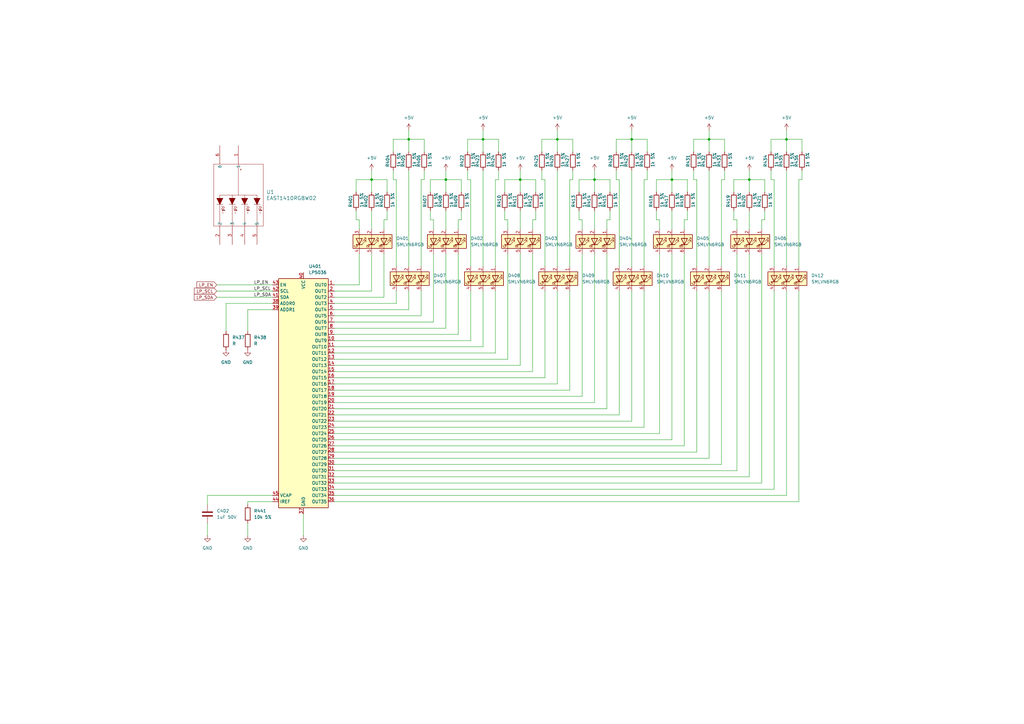
<source format=kicad_sch>
(kicad_sch (version 20231120) (generator "eeschema") (generator_version "8.0")
  (paper "A3")
  (title_block (date "2024-07-10"))
  (lib_symbols
    (symbol "Device:C" (pin_numbers hide) (pin_names (offset 0.254))
      (property "Reference" "C" (at 0.635 2.54 0))
      (property "Value" "C" (at 0.635 -2.54 0))
      (symbol "C_0_1"
        (polyline (pts (xy -2.032 -0.762) (xy 2.032 -0.762)) (stroke (width 0.508)))
        (polyline (pts (xy -2.032 0.762) (xy 2.032 0.762)) (stroke (width 0.508)))
      )
      (symbol "C_1_1"
        (pin passive line (at 0 3.81 270) (length 2.794) (name "~") (number "1"))
        (pin passive line (at 0 -3.81 90) (length 2.794) (name "~") (number "2"))
      )
    )
    (symbol "Device:R" (pin_numbers hide) (pin_names (offset 0))
      (property "Reference" "R" (at 2.032 0 90))
      (property "Value" "R" (at 0 0 90))
      (symbol "R_0_1"
        (rectangle (start -1.016 -2.54) (end 1.016 2.54) (stroke (width 0.254)))
      )
      (symbol "R_1_1"
        (pin passive line (at 0 3.81 270) (length 1.27) (name "~") (number "1"))
        (pin passive line (at 0 -3.81 90) (length 1.27) (name "~") (number "2"))
      )
    )
    (symbol "Driver_LED:LP5036"
      (property "Reference" "U" (at -6.35 49.53 0))
      (property "Value" "LP5036" (at 6.35 49.53 0))
      (symbol "LP5036_0_1"
        (rectangle (start -10.16 48.26) (end 10.16 -45.72) (stroke (width 0.254)) (fill (type background)))
      )
      (symbol "LP5036_1_1"
        (pin power_out line (at 12.7 45.72 180) (length 2.54) (name "OUT0") (number "1"))
        (pin power_out line (at 12.7 22.86 180) (length 2.54) (name "OUT9") (number "10"))
        (pin power_out line (at 12.7 20.32 180) (length 2.54) (name "OUT10") (number "11"))
        (pin power_out line (at 12.7 17.78 180) (length 2.54) (name "OUT11") (number "12"))
        (pin power_out line (at 12.7 15.24 180) (length 2.54) (name "OUT12") (number "13"))
        (pin power_out line (at 12.7 12.7 180) (length 2.54) (name "OUT13") (number "14"))
        (pin power_out line (at 12.7 10.16 180) (length 2.54) (name "OUT14") (number "15"))
        (pin power_out line (at 12.7 7.62 180) (length 2.54) (name "OUT15") (number "16"))
        (pin power_out line (at 12.7 5.08 180) (length 2.54) (name "OUT16") (number "17"))
        (pin power_out line (at 12.7 2.54 180) (length 2.54) (name "OUT17") (number "18"))
        (pin power_out line (at 12.7 0 180) (length 2.54) (name "OUT18") (number "19"))
        (pin power_out line (at 12.7 43.18 180) (length 2.54) (name "OUT1") (number "2"))
        (pin power_out line (at 12.7 -2.54 180) (length 2.54) (name "OUT19") (number "20"))
        (pin power_out line (at 12.7 -5.08 180) (length 2.54) (name "OUT20") (number "21"))
        (pin power_out line (at 12.7 -7.62 180) (length 2.54) (name "OUT21") (number "22"))
        (pin power_out line (at 12.7 -10.16 180) (length 2.54) (name "OUT22") (number "23"))
        (pin power_out line (at 12.7 -12.7 180) (length 2.54) (name "OUT23") (number "24"))
        (pin power_out line (at 12.7 -15.24 180) (length 2.54) (name "OUT24") (number "25"))
        (pin power_out line (at 12.7 -17.78 180) (length 2.54) (name "OUT25") (number "26"))
        (pin power_out line (at 12.7 -20.32 180) (length 2.54) (name "OUT26") (number "27"))
        (pin power_out line (at 12.7 -22.86 180) (length 2.54) (name "OUT27") (number "28"))
        (pin power_out line (at 12.7 -25.4 180) (length 2.54) (name "OUT28") (number "29"))
        (pin power_out line (at 12.7 40.64 180) (length 2.54) (name "OUT2") (number "3"))
        (pin power_out line (at 12.7 -27.94 180) (length 2.54) (name "OUT29") (number "30"))
        (pin power_out line (at 12.7 -30.48 180) (length 2.54) (name "OUT30") (number "31"))
        (pin power_out line (at 12.7 -33.02 180) (length 2.54) (name "OUT31") (number "32"))
        (pin power_out line (at 12.7 -35.56 180) (length 2.54) (name "OUT32") (number "33"))
        (pin power_out line (at 12.7 -38.1 180) (length 2.54) (name "OUT33") (number "34"))
        (pin power_out line (at 12.7 -40.64 180) (length 2.54) (name "OUT34") (number "35"))
        (pin power_out line (at 12.7 -43.18 180) (length 2.54) (name "OUT35") (number "36"))
        (pin power_in line (at 0 -48.26 90) (length 2.54) (name "GND") (number "37"))
        (pin input line (at -12.7 38.1 0) (length 2.54) (name "ADDR0") (number "38"))
        (pin input line (at -12.7 35.56 0) (length 2.54) (name "ADDR1") (number "39"))
        (pin power_out line (at 12.7 38.1 180) (length 2.54) (name "OUT3") (number "4"))
        (pin power_in line (at 0 50.8 270) (length 2.54) (name "VCC") (number "40"))
        (pin bidirectional line (at -12.7 40.64 0) (length 2.54) (name "SDA") (number "41"))
        (pin input line (at -12.7 43.18 0) (length 2.54) (name "SCL") (number "42"))
        (pin input line (at -12.7 45.72 0) (length 2.54) (name "EN") (number "43"))
        (pin passive line (at -12.7 -43.18 0) (length 2.54) (name "IREF") (number "44"))
        (pin passive line (at -12.7 -40.64 0) (length 2.54) (name "VCAP") (number "45"))
        (pin passive line (at 0 -48.26 90) (length 2.54) hide (name "GND") (number "46"))
        (pin passive line (at 0 -48.26 90) (length 2.54) hide (name "GND") (number "47"))
        (pin power_out line (at 12.7 35.56 180) (length 2.54) (name "OUT4") (number "5"))
        (pin power_out line (at 12.7 33.02 180) (length 2.54) (name "OUT5") (number "6"))
        (pin power_out line (at 12.7 30.48 180) (length 2.54) (name "OUT6") (number "7"))
        (pin power_out line (at 12.7 27.94 180) (length 2.54) (name "OUT7") (number "8"))
        (pin power_out line (at 12.7 25.4 180) (length 2.54) (name "OUT8") (number "9"))
      )
    )
    (symbol "EAST1410RGBW02:EAST1410RGBW02" (pin_names (offset 0.254))
      (property "Reference" "U" (at 20.32 15.24 0))
      (property "Value" "EAST1410RGBW02" (at 20.32 12.7 0))
      (symbol "EAST1410RGBW02_0_1"
        (polyline (pts (xy 7.62 -10.16) (xy 33.02 -10.16)) (stroke (width 0.127)))
        (polyline (pts (xy 7.62 0) (xy 20.32 0)) (stroke (width 0.127)))
        (polyline (pts (xy 7.62 10.16) (xy 7.62 -10.16)) (stroke (width 0.127)))
        (polyline (pts (xy 9.525 0.9525) (xy 10.16 0.9525)) (stroke (width 0.127)))
        (polyline (pts (xy 9.8425 0.635) (xy 9.8425 1.27)) (stroke (width 0.127)))
        (polyline (pts (xy 20.32 -7.62) (xy 33.02 -7.62)) (stroke (width 0.127)))
        (polyline (pts (xy 20.32 2.54) (xy 33.02 2.54)) (stroke (width 0.127)))
        (polyline (pts (xy 20.32 7.62) (xy 20.32 -7.62)) (stroke (width 0.127)))
        (polyline (pts (xy 20.32 7.62) (xy 33.02 7.62)) (stroke (width 0.127)))
        (polyline (pts (xy 21.59 -8.89) (xy 24.13 -7.62)) (stroke (width 0.127)))
        (polyline (pts (xy 21.59 -6.35) (xy 21.59 -8.89)) (stroke (width 0.127)))
        (polyline (pts (xy 21.59 -3.81) (xy 24.13 -2.54)) (stroke (width 0.127)))
        (polyline (pts (xy 21.59 -1.27) (xy 21.59 -3.81)) (stroke (width 0.127)))
        (polyline (pts (xy 21.59 1.27) (xy 24.13 2.54)) (stroke (width 0.127)))
        (polyline (pts (xy 21.59 3.81) (xy 21.59 1.27)) (stroke (width 0.127)))
        (polyline (pts (xy 21.59 6.35) (xy 24.13 7.62)) (stroke (width 0.127)))
        (polyline (pts (xy 21.59 8.89) (xy 21.59 6.35)) (stroke (width 0.127)))
        (polyline (pts (xy 24.13 -7.62) (xy 21.59 -6.35)) (stroke (width 0.127)))
        (polyline (pts (xy 24.13 -6.35) (xy 24.13 -8.89)) (stroke (width 0.127)))
        (polyline (pts (xy 24.13 -2.54) (xy 21.59 -1.27)) (stroke (width 0.127)))
        (polyline (pts (xy 24.13 -1.27) (xy 24.13 -3.81)) (stroke (width 0.127)))
        (polyline (pts (xy 24.13 2.54) (xy 21.59 3.81)) (stroke (width 0.127)))
        (polyline (pts (xy 24.13 3.81) (xy 24.13 1.27)) (stroke (width 0.127)))
        (polyline (pts (xy 24.13 7.62) (xy 21.59 8.89)) (stroke (width 0.127)))
        (polyline (pts (xy 24.13 8.89) (xy 24.13 6.35)) (stroke (width 0.127)))
        (polyline (pts (xy 24.765 -6.985) (xy 25.4 -6.35)) (stroke (width 0.127)))
        (polyline (pts (xy 24.765 -6.35) (xy 25.4 -5.715)) (stroke (width 0.127)))
        (polyline (pts (xy 24.765 -1.905) (xy 25.4 -1.27)) (stroke (width 0.127)))
        (polyline (pts (xy 24.765 -1.27) (xy 25.4 -0.635)) (stroke (width 0.127)))
        (polyline (pts (xy 24.765 3.175) (xy 25.4 3.81)) (stroke (width 0.127)))
        (polyline (pts (xy 24.765 3.81) (xy 25.4 4.445)) (stroke (width 0.127)))
        (polyline (pts (xy 24.765 8.255) (xy 25.4 8.89)) (stroke (width 0.127)))
        (polyline (pts (xy 24.765 8.89) (xy 25.4 9.525)) (stroke (width 0.127)))
        (polyline (pts (xy 25.4 -6.35) (xy 26.035 -6.985)) (stroke (width 0.127)))
        (polyline (pts (xy 25.4 -5.715) (xy 26.035 -6.35)) (stroke (width 0.127)))
        (polyline (pts (xy 25.4 -1.27) (xy 26.035 -1.905)) (stroke (width 0.127)))
        (polyline (pts (xy 25.4 -0.635) (xy 26.035 -1.27)) (stroke (width 0.127)))
        (polyline (pts (xy 25.4 3.81) (xy 26.035 3.175)) (stroke (width 0.127)))
        (polyline (pts (xy 25.4 4.445) (xy 26.035 3.81)) (stroke (width 0.127)))
        (polyline (pts (xy 25.4 8.89) (xy 26.035 8.255)) (stroke (width 0.127)))
        (polyline (pts (xy 25.4 9.525) (xy 26.035 8.89)) (stroke (width 0.127)))
        (polyline (pts (xy 26.035 -6.985) (xy 26.67 -6.35)) (stroke (width 0.127)))
        (polyline (pts (xy 26.035 -6.35) (xy 26.67 -5.715)) (stroke (width 0.127)))
        (polyline (pts (xy 26.035 -1.905) (xy 26.67 -1.27)) (stroke (width 0.127)))
        (polyline (pts (xy 26.035 -1.27) (xy 26.67 -0.635)) (stroke (width 0.127)))
        (polyline (pts (xy 26.035 3.175) (xy 26.67 3.81)) (stroke (width 0.127)))
        (polyline (pts (xy 26.035 3.81) (xy 26.67 4.445)) (stroke (width 0.127)))
        (polyline (pts (xy 26.035 8.255) (xy 26.67 8.89)) (stroke (width 0.127)))
        (polyline (pts (xy 26.035 8.89) (xy 26.67 9.525)) (stroke (width 0.127)))
        (polyline (pts (xy 26.3525 -6.35) (xy 26.67 -6.6675)) (stroke (width 0.127)))
        (polyline (pts (xy 26.3525 -6.35) (xy 26.67 -6.35)) (stroke (width 0.127)))
        (polyline (pts (xy 26.3525 -5.715) (xy 26.67 -6.0325)) (stroke (width 0.127)))
        (polyline (pts (xy 26.3525 -1.27) (xy 26.67 -1.5875)) (stroke (width 0.127)))
        (polyline (pts (xy 26.3525 -1.27) (xy 26.67 -1.27)) (stroke (width 0.127)))
        (polyline (pts (xy 26.3525 -0.635) (xy 26.67 -0.9525)) (stroke (width 0.127)))
        (polyline (pts (xy 26.3525 3.81) (xy 26.67 3.4925)) (stroke (width 0.127)))
        (polyline (pts (xy 26.3525 3.81) (xy 26.67 3.81)) (stroke (width 0.127)))
        (polyline (pts (xy 26.3525 4.445) (xy 26.67 4.1275)) (stroke (width 0.127)))
        (polyline (pts (xy 26.3525 8.89) (xy 26.67 8.5725)) (stroke (width 0.127)))
        (polyline (pts (xy 26.3525 8.89) (xy 26.67 8.89)) (stroke (width 0.127)))
        (polyline (pts (xy 26.3525 9.525) (xy 26.67 9.2075)) (stroke (width 0.127)))
        (polyline (pts (xy 26.67 -6.35) (xy 26.67 -6.6675)) (stroke (width 0.127)))
        (polyline (pts (xy 26.67 -5.715) (xy 26.3525 -5.715)) (stroke (width 0.127)))
        (polyline (pts (xy 26.67 -5.715) (xy 26.67 -6.0325)) (stroke (width 0.127)))
        (polyline (pts (xy 26.67 -1.27) (xy 26.67 -1.5875)) (stroke (width 0.127)))
        (polyline (pts (xy 26.67 -0.635) (xy 26.3525 -0.635)) (stroke (width 0.127)))
        (polyline (pts (xy 26.67 -0.635) (xy 26.67 -0.9525)) (stroke (width 0.127)))
        (polyline (pts (xy 26.67 3.81) (xy 26.67 3.4925)) (stroke (width 0.127)))
        (polyline (pts (xy 26.67 4.445) (xy 26.3525 4.445)) (stroke (width 0.127)))
        (polyline (pts (xy 26.67 4.445) (xy 26.67 4.1275)) (stroke (width 0.127)))
        (polyline (pts (xy 26.67 8.89) (xy 26.67 8.5725)) (stroke (width 0.127)))
        (polyline (pts (xy 26.67 9.525) (xy 26.3525 9.525)) (stroke (width 0.127)))
        (polyline (pts (xy 26.67 9.525) (xy 26.67 9.2075)) (stroke (width 0.127)))
        (polyline (pts (xy 27.305 -6.35) (xy 27.94 -6.35)) (stroke (width 0.127)))
        (polyline (pts (xy 27.305 -1.27) (xy 27.94 -1.27)) (stroke (width 0.127)))
        (polyline (pts (xy 27.305 3.81) (xy 27.94 3.81)) (stroke (width 0.127)))
        (polyline (pts (xy 27.305 8.89) (xy 27.94 8.89)) (stroke (width 0.127)))
        (polyline (pts (xy 33.02 -10.16) (xy 33.02 10.16)) (stroke (width 0.127)))
        (polyline (pts (xy 33.02 -2.54) (xy 20.32 -2.54)) (stroke (width 0.127)))
        (polyline (pts (xy 33.02 10.16) (xy 7.62 10.16)) (stroke (width 0.127)))
        (polyline (pts (xy 21.59 -6.35) (xy 24.13 -7.62) (xy 21.59 -8.89)) (fill (type outline)))
        (polyline (pts (xy 21.59 -1.27) (xy 21.59 -3.81) (xy 24.13 -2.54)) (fill (type outline)))
        (polyline (pts (xy 21.59 3.81) (xy 24.13 2.54) (xy 21.59 1.27)) (fill (type outline)))
        (polyline (pts (xy 21.59 8.89) (xy 24.13 7.62) (xy 21.59 6.35)) (fill (type outline)))
        (polyline (pts (xy 26.3525 -6.35) (xy 26.67 -6.35) (xy 26.67 -6.6675)) (fill (type outline)))
        (polyline (pts (xy 26.3525 -5.715) (xy 26.67 -5.715) (xy 26.67 -6.0325)) (fill (type outline)))
        (polyline (pts (xy 26.3525 -1.27) (xy 26.67 -1.27) (xy 26.67 -1.5875)) (fill (type outline)))
        (polyline (pts (xy 26.3525 -0.635) (xy 26.67 -0.635) (xy 26.67 -0.9525)) (fill (type outline)))
        (polyline (pts (xy 26.3525 3.81) (xy 26.67 3.81) (xy 26.67 3.4925)) (fill (type outline)))
        (polyline (pts (xy 26.3525 4.445) (xy 26.67 4.445) (xy 26.67 4.1275)) (fill (type outline)))
        (polyline (pts (xy 26.3525 8.89) (xy 26.67 8.89) (xy 26.67 8.5725)) (fill (type outline)))
        (polyline (pts (xy 26.3525 9.525) (xy 26.67 9.525) (xy 26.67 9.2075)) (fill (type outline)))
        (pin unspecified line (at 0 0 0) (length 7.62) (name "1") (number "1"))
        (pin unspecified line (at 40.64 -7.62 180) (length 7.62) (name "2") (number "2"))
        (pin unspecified line (at 40.64 -2.54 180) (length 7.62) (name "3") (number "3"))
        (pin unspecified line (at 40.64 2.54 180) (length 7.62) (name "4") (number "4"))
        (pin unspecified line (at 40.64 7.62 180) (length 7.62) (name "5") (number "5"))
        (pin unspecified line (at 0 -7.62 0) (length 7.62) (name "6") (number "6"))
      )
    )
    (symbol "LED:SMLVN6RGB" (pin_names (offset 0) hide)
      (property "Reference" "D" (at 0 12.7 0))
      (property "Value" "SMLVN6RGB" (at 0 10.16 0))
      (symbol "SMLVN6RGB_0_0"
        (text "B" (at 1.905 3.81 0) (effects (font (size 1.27 1.27))))
        (text "G" (at 1.905 -6.35 0) (effects (font (size 1.27 1.27))))
        (text "R" (at 1.905 -1.27 0) (effects (font (size 1.27 1.27))))
      )
      (symbol "SMLVN6RGB_0_1"
        (rectangle (start -2.794 8.382) (end 2.794 -7.62) (stroke (width 0.254)) (fill (type background)))
        (rectangle (start -1.27 -1.27) (end -1.27 1.27))
        (rectangle (start -1.27 1.27) (end -1.27 1.27))
        (rectangle (start -1.27 3.81) (end -1.27 6.35))
        (rectangle (start -1.27 6.35) (end -1.27 6.35))
        (polyline (pts (xy -1.27 -5.08) (xy -2.54 -5.08)))
        (polyline (pts (xy -1.27 0) (xy -2.54 0)))
        (polyline (pts (xy -1.27 0) (xy 1.27 0)))
        (polyline (pts (xy -1.27 5.08) (xy -2.54 5.08)))
        (polyline (pts (xy 1.27 -5.08) (xy -1.27 -5.08)))
        (polyline (pts (xy 1.27 -5.08) (xy 2.54 -5.08)))
        (polyline (pts (xy 1.27 -3.81) (xy 1.27 -6.35)) (stroke (width 0.254)))
        (polyline (pts (xy 1.27 0) (xy 2.54 0)))
        (polyline (pts (xy 1.27 1.27) (xy 1.27 -1.27)) (stroke (width 0.254)))
        (polyline (pts (xy 1.27 5.08) (xy -1.27 5.08)))
        (polyline (pts (xy 1.27 5.08) (xy 2.54 5.08)))
        (polyline (pts (xy 1.27 6.35) (xy 1.27 3.81)) (stroke (width 0.254)))
        (polyline (pts (xy 1.27 1.27) (xy 1.27 -1.27) (xy 1.27 -1.27)))
        (polyline (pts (xy 1.27 6.35) (xy 1.27 3.81) (xy 1.27 3.81)))
        (polyline (pts (xy -1.27 -3.81) (xy -1.27 -6.35) (xy 1.27 -5.08) (xy -1.27 -3.81)) (stroke (width 0.254)))
        (polyline (pts (xy -1.27 1.27) (xy -1.27 -1.27) (xy 1.27 0) (xy -1.27 1.27)) (stroke (width 0.254)))
        (polyline (pts (xy -1.27 6.35) (xy -1.27 3.81) (xy 1.27 5.08) (xy -1.27 6.35)) (stroke (width 0.254)))
        (polyline (pts (xy 0 -3.81) (xy -1.524 -2.286) (xy -0.762 -2.286) (xy -1.524 -2.286) (xy -1.524 -3.048)))
        (polyline (pts (xy 0 1.27) (xy -1.524 2.794) (xy -0.762 2.794) (xy -1.524 2.794) (xy -1.524 2.032)))
        (polyline (pts (xy 0 6.35) (xy -1.524 7.874) (xy -0.762 7.874) (xy -1.524 7.874) (xy -1.524 7.112)))
        (polyline (pts (xy 1.016 -3.81) (xy -0.508 -2.286) (xy 0.254 -2.286) (xy -0.508 -2.286) (xy -0.508 -3.048)))
        (polyline (pts (xy 1.016 1.27) (xy -0.508 2.794) (xy 0.254 2.794) (xy -0.508 2.794) (xy -0.508 2.032)))
        (polyline (pts (xy 1.016 6.35) (xy -0.508 7.874) (xy 0.254 7.874) (xy -0.508 7.874) (xy -0.508 7.112)))
      )
      (symbol "SMLVN6RGB_1_1"
        (pin passive line (at -5.08 5.08 0) (length 2.54) (name "BA") (number "1"))
        (pin passive line (at -5.08 0 0) (length 2.54) (name "RA") (number "2"))
        (pin passive line (at -5.08 -5.08 0) (length 2.54) (name "GA") (number "3"))
        (pin passive line (at 5.08 -5.08 180) (length 2.54) (name "GK") (number "4"))
        (pin passive line (at 5.08 0 180) (length 2.54) (name "RK") (number "5"))
        (pin passive line (at 5.08 5.08 180) (length 2.54) (name "BK") (number "6"))
      )
    )
    (symbol "power:+5V" (power) (pin_numbers hide) (pin_names (offset 0) hide)
      (property "Value" "+5V" (at 0 3.556 0))
      (symbol "+5V_0_1"
        (polyline (pts (xy -0.762 1.27) (xy 0 2.54)))
        (polyline (pts (xy 0 0) (xy 0 2.54)))
        (polyline (pts (xy 0 2.54) (xy 0.762 1.27)))
      )
      (symbol "+5V_1_1"
        (pin power_in line (at 0 0 90) (length 0) (name "~") (number "1"))
      )
    )
    (symbol "power:GND" (power) (pin_numbers hide) (pin_names (offset 0) hide)
      (property "Value" "GND" (at 0 -3.81 0))
      (symbol "GND_0_1"
        (polyline (pts (xy 0 0) (xy 0 -1.27) (xy 1.27 -1.27) (xy 0 -2.54) (xy -1.27 -1.27) (xy 0 -1.27)))
      )
      (symbol "GND_1_1"
        (pin power_in line (at 0 0 270) (length 0) (name "~") (number "1"))
      )
    )
  )
  (junction (at 182.88 73.66))
  (junction (at 322.58 57.15))
  (junction (at 290.83 57.15))
  (junction (at 275.59 73.66))
  (junction (at 167.64 57.15))
  (junction (at 259.08 57.15))
  (junction (at 307.34 73.66))
  (junction (at 243.84 73.66))
  (junction (at 213.36 73.66))
  (junction (at 228.6 57.15))
  (junction (at 198.12 57.15))
  (junction (at 152.4 73.66))
  (wire (pts (xy 222.25 73.66) (xy 223.52 73.66)))
  (wire (pts (xy 219.71 90.17) (xy 219.71 86.36)))
  (wire (pts (xy 281.94 90.17) (xy 281.94 86.36)))
  (wire (pts (xy 177.8 90.17) (xy 177.8 93.98)))
  (wire (pts (xy 147.32 116.84) (xy 147.32 104.14)))
  (wire (pts (xy 161.29 73.66) (xy 162.56 73.66)))
  (wire (pts (xy 250.19 90.17) (xy 250.19 86.36)))
  (wire (pts (xy 173.99 73.66) (xy 173.99 69.85)))
  (wire (pts (xy 327.66 73.66) (xy 328.93 73.66)))
  (wire (pts (xy 191.77 73.66) (xy 193.04 73.66)))
  (wire (pts (xy 101.6 219.71) (xy 101.6 214.63)))
  (wire (pts (xy 137.16 121.92) (xy 157.48 121.92)))
  (wire (pts (xy 312.42 198.12) (xy 312.42 104.14)))
  (wire (pts (xy 176.53 73.66) (xy 176.53 78.74)))
  (wire (pts (xy 265.43 62.23) (xy 265.43 57.15)))
  (wire (pts (xy 290.83 57.15) (xy 297.18 57.15)))
  (wire (pts (xy 137.16 193.04) (xy 302.26 193.04)))
  (wire (pts (xy 85.09 219.71) (xy 85.09 214.63)))
  (wire (pts (xy 137.16 152.4) (xy 218.44 152.4)))
  (wire (pts (xy 228.6 57.15) (xy 234.95 57.15)))
  (wire (pts (xy 207.01 86.36) (xy 207.01 90.17)))
  (wire (pts (xy 300.99 73.66) (xy 300.99 78.74)))
  (wire (pts (xy 213.36 86.36) (xy 213.36 93.98)))
  (wire (pts (xy 187.96 137.16) (xy 187.96 104.14)))
  (wire (pts (xy 137.16 177.8) (xy 270.51 177.8)))
  (wire (pts (xy 290.83 57.15) (xy 284.48 57.15)))
  (wire (pts (xy 146.05 73.66) (xy 146.05 78.74)))
  (wire (pts (xy 327.66 73.66) (xy 327.66 109.22)))
  (wire (pts (xy 237.49 90.17) (xy 238.76 90.17)))
  (wire (pts (xy 172.72 73.66) (xy 173.99 73.66)))
  (wire (pts (xy 243.84 73.66) (xy 250.19 73.66)))
  (wire (pts (xy 101.6 205.74) (xy 111.76 205.74)))
  (wire (pts (xy 187.96 93.98) (xy 187.96 90.17)))
  (wire (pts (xy 152.4 69.85) (xy 152.4 73.66)))
  (wire (pts (xy 295.91 190.5) (xy 295.91 119.38)))
  (wire (pts (xy 280.67 93.98) (xy 280.67 90.17)))
  (wire (pts (xy 191.77 69.85) (xy 191.77 73.66)))
  (wire (pts (xy 208.28 147.32) (xy 208.28 104.14)))
  (wire (pts (xy 182.88 73.66) (xy 176.53 73.66)))
  (wire (pts (xy 275.59 86.36) (xy 275.59 93.98)))
  (wire (pts (xy 275.59 69.85) (xy 275.59 73.66)))
  (wire (pts (xy 295.91 73.66) (xy 297.18 73.66)))
  (wire (pts (xy 137.16 180.34) (xy 275.59 180.34)))
  (wire (pts (xy 137.16 139.7) (xy 193.04 139.7)))
  (wire (pts (xy 307.34 86.36) (xy 307.34 93.98)))
  (wire (pts (xy 285.75 73.66) (xy 285.75 109.22)))
  (wire (pts (xy 259.08 57.15) (xy 265.43 57.15)))
  (wire (pts (xy 182.88 86.36) (xy 182.88 93.98)))
  (wire (pts (xy 157.48 121.92) (xy 157.48 104.14)))
  (wire (pts (xy 157.48 93.98) (xy 157.48 90.17)))
  (wire (pts (xy 237.49 86.36) (xy 237.49 90.17)))
  (wire (pts (xy 322.58 203.2) (xy 322.58 119.38)))
  (wire (pts (xy 208.28 90.17) (xy 208.28 93.98)))
  (wire (pts (xy 101.6 207.01) (xy 101.6 205.74)))
  (wire (pts (xy 198.12 57.15) (xy 198.12 62.23)))
  (wire (pts (xy 284.48 57.15) (xy 284.48 62.23)))
  (wire (pts (xy 137.16 198.12) (xy 312.42 198.12)))
  (wire (pts (xy 137.16 124.46) (xy 162.56 124.46)))
  (wire (pts (xy 259.08 53.34) (xy 259.08 57.15)))
  (wire (pts (xy 259.08 172.72) (xy 259.08 119.38)))
  (wire (pts (xy 252.73 69.85) (xy 252.73 73.66)))
  (wire (pts (xy 275.59 180.34) (xy 275.59 104.14)))
  (wire (pts (xy 284.48 69.85) (xy 284.48 73.66)))
  (wire (pts (xy 307.34 195.58) (xy 307.34 104.14)))
  (wire (pts (xy 152.4 73.66) (xy 146.05 73.66)))
  (wire (pts (xy 281.94 78.74) (xy 281.94 73.66)))
  (wire (pts (xy 137.16 185.42) (xy 285.75 185.42)))
  (wire (pts (xy 187.96 90.17) (xy 189.23 90.17)))
  (wire (pts (xy 228.6 53.34) (xy 228.6 57.15)))
  (wire (pts (xy 290.83 187.96) (xy 290.83 119.38)))
  (wire (pts (xy 252.73 57.15) (xy 252.73 62.23)))
  (wire (pts (xy 307.34 73.66) (xy 307.34 78.74)))
  (wire (pts (xy 85.09 207.01) (xy 85.09 203.2)))
  (wire (pts (xy 137.16 116.84) (xy 147.32 116.84)))
  (wire (pts (xy 316.23 69.85) (xy 316.23 73.66)))
  (wire (pts (xy 137.16 182.88) (xy 280.67 182.88)))
  (wire (pts (xy 204.47 62.23) (xy 204.47 57.15)))
  (wire (pts (xy 182.88 134.62) (xy 182.88 104.14)))
  (wire (pts (xy 137.16 162.56) (xy 238.76 162.56)))
  (wire (pts (xy 312.42 93.98) (xy 312.42 90.17)))
  (wire (pts (xy 173.99 62.23) (xy 173.99 57.15)))
  (wire (pts (xy 204.47 73.66) (xy 204.47 69.85)))
  (wire (pts (xy 167.64 127) (xy 167.64 119.38)))
  (wire (pts (xy 172.72 129.54) (xy 172.72 119.38)))
  (wire (pts (xy 254 73.66) (xy 254 109.22)))
  (wire (pts (xy 254 170.18) (xy 254 119.38)))
  (wire (pts (xy 213.36 73.66) (xy 213.36 78.74)))
  (wire (pts (xy 137.16 147.32) (xy 208.28 147.32)))
  (wire (pts (xy 264.16 73.66) (xy 265.43 73.66)))
  (wire (pts (xy 313.69 90.17) (xy 313.69 86.36)))
  (wire (pts (xy 101.6 127) (xy 111.76 127)))
  (wire (pts (xy 137.16 187.96) (xy 290.83 187.96)))
  (wire (pts (xy 328.93 62.23) (xy 328.93 57.15)))
  (wire (pts (xy 162.56 73.66) (xy 162.56 109.22)))
  (wire (pts (xy 182.88 73.66) (xy 182.88 78.74)))
  (wire (pts (xy 167.64 57.15) (xy 173.99 57.15)))
  (wire (pts (xy 137.16 200.66) (xy 317.5 200.66)))
  (wire (pts (xy 137.16 129.54) (xy 172.72 129.54)))
  (wire (pts (xy 213.36 149.86) (xy 213.36 104.14)))
  (wire (pts (xy 189.23 78.74) (xy 189.23 73.66)))
  (wire (pts (xy 297.18 73.66) (xy 297.18 69.85)))
  (wire (pts (xy 243.84 73.66) (xy 243.84 78.74)))
  (wire (pts (xy 193.04 73.66) (xy 193.04 109.22)))
  (wire (pts (xy 316.23 57.15) (xy 316.23 62.23)))
  (wire (pts (xy 269.24 73.66) (xy 269.24 78.74)))
  (wire (pts (xy 228.6 69.85) (xy 228.6 109.22)))
  (wire (pts (xy 152.4 73.66) (xy 158.75 73.66)))
  (wire (pts (xy 193.04 139.7) (xy 193.04 119.38)))
  (wire (pts (xy 284.48 73.66) (xy 285.75 73.66)))
  (wire (pts (xy 307.34 73.66) (xy 300.99 73.66)))
  (wire (pts (xy 198.12 142.24) (xy 198.12 119.38)))
  (wire (pts (xy 218.44 93.98) (xy 218.44 90.17)))
  (wire (pts (xy 177.8 132.08) (xy 177.8 104.14)))
  (wire (pts (xy 234.95 62.23) (xy 234.95 57.15)))
  (wire (pts (xy 146.05 86.36) (xy 146.05 90.17)))
  (wire (pts (xy 137.16 170.18) (xy 254 170.18)))
  (wire (pts (xy 228.6 57.15) (xy 228.6 62.23)))
  (wire (pts (xy 213.36 69.85) (xy 213.36 73.66)))
  (wire (pts (xy 198.12 69.85) (xy 198.12 109.22)))
  (wire (pts (xy 223.52 73.66) (xy 223.52 109.22)))
  (wire (pts (xy 137.16 137.16) (xy 187.96 137.16)))
  (wire (pts (xy 264.16 73.66) (xy 264.16 109.22)))
  (wire (pts (xy 137.16 142.24) (xy 198.12 142.24)))
  (wire (pts (xy 88.9 119.38) (xy 111.76 119.38)))
  (wire (pts (xy 158.75 78.74) (xy 158.75 73.66)))
  (wire (pts (xy 307.34 69.85) (xy 307.34 73.66)))
  (wire (pts (xy 207.01 73.66) (xy 207.01 78.74)))
  (wire (pts (xy 313.69 78.74) (xy 313.69 73.66)))
  (wire (pts (xy 265.43 73.66) (xy 265.43 69.85)))
  (wire (pts (xy 137.16 175.26) (xy 264.16 175.26)))
  (wire (pts (xy 300.99 90.17) (xy 302.26 90.17)))
  (wire (pts (xy 137.16 144.78) (xy 203.2 144.78)))
  (wire (pts (xy 297.18 62.23) (xy 297.18 57.15)))
  (wire (pts (xy 248.92 93.98) (xy 248.92 90.17)))
  (wire (pts (xy 198.12 57.15) (xy 191.77 57.15)))
  (wire (pts (xy 189.23 90.17) (xy 189.23 86.36)))
  (wire (pts (xy 322.58 57.15) (xy 322.58 62.23)))
  (wire (pts (xy 328.93 73.66) (xy 328.93 69.85)))
  (wire (pts (xy 259.08 57.15) (xy 259.08 62.23)))
  (wire (pts (xy 218.44 152.4) (xy 218.44 104.14)))
  (wire (pts (xy 228.6 157.48) (xy 228.6 119.38)))
  (wire (pts (xy 238.76 90.17) (xy 238.76 93.98)))
  (wire (pts (xy 198.12 53.34) (xy 198.12 57.15)))
  (wire (pts (xy 243.84 73.66) (xy 237.49 73.66)))
  (wire (pts (xy 137.16 172.72) (xy 259.08 172.72)))
  (wire (pts (xy 322.58 57.15) (xy 316.23 57.15)))
  (wire (pts (xy 172.72 73.66) (xy 172.72 109.22)))
  (wire (pts (xy 327.66 205.74) (xy 327.66 119.38)))
  (wire (pts (xy 317.5 73.66) (xy 317.5 109.22)))
  (wire (pts (xy 162.56 124.46) (xy 162.56 119.38)))
  (wire (pts (xy 152.4 119.38) (xy 152.4 104.14)))
  (wire (pts (xy 137.16 132.08) (xy 177.8 132.08)))
  (wire (pts (xy 234.95 73.66) (xy 234.95 69.85)))
  (wire (pts (xy 317.5 200.66) (xy 317.5 119.38)))
  (wire (pts (xy 137.16 154.94) (xy 223.52 154.94)))
  (wire (pts (xy 302.26 193.04) (xy 302.26 104.14)))
  (wire (pts (xy 137.16 190.5) (xy 295.91 190.5)))
  (wire (pts (xy 322.58 53.34) (xy 322.58 57.15)))
  (wire (pts (xy 101.6 135.89) (xy 101.6 127)))
  (wire (pts (xy 137.16 167.64) (xy 248.92 167.64)))
  (wire (pts (xy 243.84 69.85) (xy 243.84 73.66)))
  (wire (pts (xy 243.84 165.1) (xy 243.84 104.14)))
  (wire (pts (xy 233.68 73.66) (xy 233.68 109.22)))
  (wire (pts (xy 152.4 73.66) (xy 152.4 78.74)))
  (wire (pts (xy 182.88 69.85) (xy 182.88 73.66)))
  (wire (pts (xy 207.01 90.17) (xy 208.28 90.17)))
  (wire (pts (xy 137.16 149.86) (xy 213.36 149.86)))
  (wire (pts (xy 167.64 69.85) (xy 167.64 109.22)))
  (wire (pts (xy 219.71 78.74) (xy 219.71 73.66)))
  (wire (pts (xy 137.16 119.38) (xy 152.4 119.38)))
  (wire (pts (xy 137.16 127) (xy 167.64 127)))
  (wire (pts (xy 302.26 90.17) (xy 302.26 93.98)))
  (wire (pts (xy 295.91 73.66) (xy 295.91 109.22)))
  (wire (pts (xy 290.83 53.34) (xy 290.83 57.15)))
  (wire (pts (xy 88.9 116.84) (xy 111.76 116.84)))
  (wire (pts (xy 203.2 144.78) (xy 203.2 119.38)))
  (wire (pts (xy 213.36 73.66) (xy 219.71 73.66)))
  (wire (pts (xy 137.16 195.58) (xy 307.34 195.58)))
  (wire (pts (xy 259.08 57.15) (xy 252.73 57.15)))
  (wire (pts (xy 137.16 157.48) (xy 228.6 157.48)))
  (wire (pts (xy 85.09 203.2) (xy 111.76 203.2)))
  (wire (pts (xy 137.16 165.1) (xy 243.84 165.1)))
  (wire (pts (xy 264.16 175.26) (xy 264.16 119.38)))
  (wire (pts (xy 137.16 160.02) (xy 233.68 160.02)))
  (wire (pts (xy 176.53 90.17) (xy 177.8 90.17)))
  (wire (pts (xy 312.42 90.17) (xy 313.69 90.17)))
  (wire (pts (xy 252.73 73.66) (xy 254 73.66)))
  (wire (pts (xy 290.83 57.15) (xy 290.83 62.23)))
  (wire (pts (xy 322.58 69.85) (xy 322.58 109.22)))
  (wire (pts (xy 213.36 73.66) (xy 207.01 73.66)))
  (wire (pts (xy 223.52 154.94) (xy 223.52 119.38)))
  (wire (pts (xy 222.25 69.85) (xy 222.25 73.66)))
  (wire (pts (xy 248.92 90.17) (xy 250.19 90.17)))
  (wire (pts (xy 300.99 86.36) (xy 300.99 90.17)))
  (wire (pts (xy 152.4 86.36) (xy 152.4 93.98)))
  (wire (pts (xy 248.92 167.64) (xy 248.92 104.14)))
  (wire (pts (xy 137.16 203.2) (xy 322.58 203.2)))
  (wire (pts (xy 280.67 182.88) (xy 280.67 104.14)))
  (wire (pts (xy 275.59 73.66) (xy 281.94 73.66)))
  (wire (pts (xy 203.2 73.66) (xy 203.2 109.22)))
  (wire (pts (xy 222.25 57.15) (xy 222.25 62.23)))
  (wire (pts (xy 161.29 57.15) (xy 161.29 62.23)))
  (wire (pts (xy 285.75 185.42) (xy 285.75 119.38)))
  (wire (pts (xy 237.49 73.66) (xy 237.49 78.74)))
  (wire (pts (xy 167.64 53.34) (xy 167.64 57.15)))
  (wire (pts (xy 316.23 73.66) (xy 317.5 73.66)))
  (wire (pts (xy 233.68 160.02) (xy 233.68 119.38)))
  (wire (pts (xy 275.59 73.66) (xy 275.59 78.74)))
  (wire (pts (xy 92.71 135.89) (xy 92.71 124.46)))
  (wire (pts (xy 275.59 73.66) (xy 269.24 73.66)))
  (wire (pts (xy 322.58 57.15) (xy 328.93 57.15)))
  (wire (pts (xy 238.76 162.56) (xy 238.76 104.14)))
  (wire (pts (xy 137.16 205.74) (xy 327.66 205.74)))
  (wire (pts (xy 176.53 86.36) (xy 176.53 90.17)))
  (wire (pts (xy 270.51 177.8) (xy 270.51 104.14)))
  (wire (pts (xy 88.9 121.92) (xy 111.76 121.92)))
  (wire (pts (xy 147.32 90.17) (xy 147.32 93.98)))
  (wire (pts (xy 146.05 90.17) (xy 147.32 90.17)))
  (wire (pts (xy 233.68 73.66) (xy 234.95 73.66)))
  (wire (pts (xy 161.29 69.85) (xy 161.29 73.66)))
  (wire (pts (xy 198.12 57.15) (xy 204.47 57.15)))
  (wire (pts (xy 203.2 73.66) (xy 204.47 73.66)))
  (wire (pts (xy 243.84 86.36) (xy 243.84 93.98)))
  (wire (pts (xy 269.24 90.17) (xy 270.51 90.17)))
  (wire (pts (xy 218.44 90.17) (xy 219.71 90.17)))
  (wire (pts (xy 228.6 57.15) (xy 222.25 57.15)))
  (wire (pts (xy 191.77 57.15) (xy 191.77 62.23)))
  (wire (pts (xy 167.64 57.15) (xy 167.64 62.23)))
  (wire (pts (xy 270.51 90.17) (xy 270.51 93.98)))
  (wire (pts (xy 92.71 124.46) (xy 111.76 124.46)))
  (wire (pts (xy 182.88 73.66) (xy 189.23 73.66)))
  (wire (pts (xy 137.16 134.62) (xy 182.88 134.62)))
  (wire (pts (xy 269.24 86.36) (xy 269.24 90.17)))
  (wire (pts (xy 290.83 69.85) (xy 290.83 109.22)))
  (wire (pts (xy 158.75 90.17) (xy 158.75 86.36)))
  (wire (pts (xy 307.34 73.66) (xy 313.69 73.66)))
  (wire (pts (xy 280.67 90.17) (xy 281.94 90.17)))
  (wire (pts (xy 167.64 57.15) (xy 161.29 57.15)))
  (wire (pts (xy 124.46 219.71) (xy 124.46 210.82)))
  (wire (pts (xy 250.19 78.74) (xy 250.19 73.66)))
  (wire (pts (xy 157.48 90.17) (xy 158.75 90.17)))
  (wire (pts (xy 259.08 69.85) (xy 259.08 109.22)))
  (label "LP_SCL" (at 104.14 119.38 0))
  (label "LP_SDA" (at 104.14 121.92 0))
  (label "LP_EN" (at 104.14 116.84 0))
  (global_label "LP_SCL" (shape input) (at 88.9 119.38 180) (property "Intersheetrefs" "${INTERSHEET_REFS}" (effects (hide yes))))
  (global_label "LP_SDA" (shape input) (at 88.9 121.92 180) (property "Intersheetrefs" "${INTERSHEET_REFS}" (effects (hide yes))))
  (global_label "LP_EN" (shape input) (at 88.9 116.84 180) (property "Intersheetrefs" "${INTERSHEET_REFS}" (effects (hide yes))))
  (symbol (lib_id "power:+5V") (at 259.08 53.34 0) (unit 1)
    (property "Reference" "#PWR0410" (effects (hide yes)))
    (property "Value" "+5V" (at 259.08 48.26 0))
    (property "Description" "Power symbol creates a global label with name \"+5V\"" (effects (hide yes)))
  )
  (symbol (lib_id "Device:R") (at 101.6 210.82 0) (unit 1)
    (property "Reference" "R441" (at 104.14 209.5499 0) (effects (justify left)))
    (property "Value" "10k 5%" (at 104.14 212.0899 0) (effects (justify left)))
    (property "Description" "Resistor" (effects (hide yes)))
  )
  (symbol (lib_id "power:GND") (at 85.09 219.71 0) (unit 1)
    (property "Reference" "#PWR0417" (effects (hide yes)))
    (property "Value" "GND" (at 85.09 224.79 0))
    (property "Description" "Power symbol creates a global label with name \"GND\" , ground" (effects (hide yes)))
  )
  (symbol (lib_id "Device:R") (at 237.49 82.55 0) (unit 1)
    (property "Reference" "R413" (at 235.204 85.09 90) (effects (justify left)))
    (property "Value" "1k 5%" (at 239.776 85.09 90) (effects (justify left)))
    (property "Description" "Resistor" (effects (hide yes)))
  )
  (symbol (lib_id "LED:SMLVN6RGB") (at 182.88 99.06 270) (unit 1)
    (property "Reference" "D402" (at 193.04 97.7899 90) (effects (justify left)))
    (property "Value" "SMLVN6RGB" (at 193.04 100.3299 90) (effects (justify left)))
    (property "Footprint" "LED_SMD:LED_ROHM_SMLVN6" (effects (hide yes)))
    (property "Datasheet" "https://www.rohm.com/datasheet/SMLVN6RGB1U" (effects (hide yes)))
    (property "Description" "High Brightness Tri-Color LED, RGB, 3.5x2.8mm" (effects (hide yes)))
  )
  (symbol (lib_id "Device:R") (at 284.48 66.04 0) (unit 1)
    (property "Reference" "R431" (at 282.194 68.58 90) (effects (justify left)))
    (property "Value" "1k 5%" (at 286.766 68.58 90) (effects (justify left)))
    (property "Description" "Resistor" (effects (hide yes)))
  )
  (symbol (lib_id "Device:R") (at 219.71 82.55 0) (unit 1)
    (property "Reference" "R412" (at 217.424 85.09 90) (effects (justify left)))
    (property "Value" "1k 5%" (at 221.996 85.09 90) (effects (justify left)))
    (property "Description" "Resistor" (effects (hide yes)))
  )
  (symbol (lib_id "Device:R") (at 167.64 66.04 0) (unit 1)
    (property "Reference" "R405" (at 165.354 68.58 90) (effects (justify left)))
    (property "Value" "1k 5%" (at 169.926 68.58 90) (effects (justify left)))
    (property "Description" "Resistor" (effects (hide yes)))
  )
  (symbol (lib_id "power:GND") (at 124.46 219.71 0) (unit 1)
    (property "Reference" "#PWR0419" (effects (hide yes)))
    (property "Value" "GND" (at 124.46 224.79 0))
    (property "Description" "Power symbol creates a global label with name \"GND\" , ground" (effects (hide yes)))
  )
  (symbol (lib_id "Device:R") (at 161.29 66.04 0) (unit 1)
    (property "Reference" "R404" (at 159.004 68.58 90) (effects (justify left)))
    (property "Value" "1k 5%" (at 163.576 68.58 90) (effects (justify left)))
    (property "Description" "Resistor" (effects (hide yes)))
  )
  (symbol (lib_id "Device:C") (at 85.09 210.82 0) (unit 1)
    (property "Reference" "C402" (at 88.9 209.5499 0) (effects (justify left)))
    (property "Value" "1uF 50V" (at 88.9 212.0899 0) (effects (justify left)))
    (property "Description" "Unpolarized capacitor" (effects (hide yes)))
  )
  (symbol (lib_id "Device:R") (at 92.71 139.7 0) (unit 1)
    (property "Reference" "R437" (at 95.25 138.4299 0) (effects (justify left)))
    (property "Value" "R" (at 95.25 140.9699 0) (effects (justify left)))
    (property "Description" "Resistor" (effects (hide yes)))
  )
  (symbol (lib_id "power:+5V") (at 290.83 53.34 0) (unit 1)
    (property "Reference" "#PWR0411" (effects (hide yes)))
    (property "Value" "+5V" (at 290.83 48.26 0))
    (property "Description" "Power symbol creates a global label with name \"+5V\"" (effects (hide yes)))
  )
  (symbol (lib_id "power:+5V") (at 243.84 69.85 0) (unit 1)
    (property "Reference" "#PWR0405" (effects (hide yes)))
    (property "Value" "+5V" (at 243.84 64.77 0))
    (property "Description" "Power symbol creates a global label with name \"+5V\"" (effects (hide yes)))
  )
  (symbol (lib_id "power:GND") (at 92.71 143.51 0) (unit 1)
    (property "Reference" "#PWR0413" (effects (hide yes)))
    (property "Value" "GND" (at 92.71 148.59 0))
    (property "Description" "Power symbol creates a global label with name \"GND\" , ground" (effects (hide yes)))
  )
  (symbol (lib_id "Device:R") (at 259.08 66.04 0) (unit 1)
    (property "Reference" "R429" (at 256.794 68.58 90) (effects (justify left)))
    (property "Value" "1k 5%" (at 261.366 68.58 90) (effects (justify left)))
    (property "Description" "Resistor" (effects (hide yes)))
  )
  (symbol (lib_id "Device:R") (at 204.47 66.04 0) (unit 1)
    (property "Reference" "R424" (at 202.184 68.58 90) (effects (justify left)))
    (property "Value" "1k 5%" (at 206.756 68.58 90) (effects (justify left)))
    (property "Description" "Resistor" (effects (hide yes)))
  )
  (symbol (lib_id "LED:SMLVN6RGB") (at 290.83 114.3 270) (unit 1)
    (property "Reference" "D411" (at 300.99 113.0299 90) (effects (justify left)))
    (property "Value" "SMLVN6RGB" (at 300.99 115.5699 90) (effects (justify left)))
    (property "Footprint" "LED_SMD:LED_ROHM_SMLVN6" (effects (hide yes)))
    (property "Datasheet" "https://www.rohm.com/datasheet/SMLVN6RGB1U" (effects (hide yes)))
    (property "Description" "High Brightness Tri-Color LED, RGB, 3.5x2.8mm" (effects (hide yes)))
  )
  (symbol (lib_id "Device:R") (at 243.84 82.55 0) (unit 1)
    (property "Reference" "R414" (at 241.554 85.09 90) (effects (justify left)))
    (property "Value" "1k 5%" (at 246.126 85.09 90) (effects (justify left)))
    (property "Description" "Resistor" (effects (hide yes)))
  )
  (symbol (lib_id "power:+5V") (at 322.58 53.34 0) (unit 1)
    (property "Reference" "#PWR0412" (effects (hide yes)))
    (property "Value" "+5V" (at 322.58 48.26 0))
    (property "Description" "Power symbol creates a global label with name \"+5V\"" (effects (hide yes)))
  )
  (symbol (lib_id "power:+5V") (at 213.36 69.85 0) (unit 1)
    (property "Reference" "#PWR0404" (effects (hide yes)))
    (property "Value" "+5V" (at 213.36 64.77 0))
    (property "Description" "Power symbol creates a global label with name \"+5V\"" (effects (hide yes)))
  )
  (symbol (lib_id "LED:SMLVN6RGB") (at 228.6 114.3 270) (unit 1)
    (property "Reference" "D409" (at 238.76 113.0299 90) (effects (justify left)))
    (property "Value" "SMLVN6RGB" (at 238.76 115.5699 90) (effects (justify left)))
    (property "Footprint" "LED_SMD:LED_ROHM_SMLVN6" (effects (hide yes)))
    (property "Datasheet" "https://www.rohm.com/datasheet/SMLVN6RGB1U" (effects (hide yes)))
    (property "Description" "High Brightness Tri-Color LED, RGB, 3.5x2.8mm" (effects (hide yes)))
  )
  (symbol (lib_id "Device:R") (at 250.19 82.55 0) (unit 1)
    (property "Reference" "R415" (at 247.904 85.09 90) (effects (justify left)))
    (property "Value" "1k 5%" (at 252.476 85.09 90) (effects (justify left)))
    (property "Description" "Resistor" (effects (hide yes)))
  )
  (symbol (lib_id "power:+5V") (at 228.6 53.34 0) (unit 1)
    (property "Reference" "#PWR0409" (effects (hide yes)))
    (property "Value" "+5V" (at 228.6 48.26 0))
    (property "Description" "Power symbol creates a global label with name \"+5V\"" (effects (hide yes)))
  )
  (symbol (lib_id "LED:SMLVN6RGB") (at 322.58 114.3 270) (unit 1)
    (property "Reference" "D412" (at 332.74 113.0299 90) (effects (justify left)))
    (property "Value" "SMLVN6RGB" (at 332.74 115.5699 90) (effects (justify left)))
    (property "Footprint" "LED_SMD:LED_ROHM_SMLVN6" (effects (hide yes)))
    (property "Datasheet" "https://www.rohm.com/datasheet/SMLVN6RGB1U" (effects (hide yes)))
    (property "Description" "High Brightness Tri-Color LED, RGB, 3.5x2.8mm" (effects (hide yes)))
  )
  (symbol (lib_id "Device:R") (at 146.05 82.55 0) (unit 1)
    (property "Reference" "R401" (at 143.764 85.09 90) (effects (justify left)))
    (property "Value" "1k 5%" (at 148.336 85.09 90) (effects (justify left)))
    (property "Description" "Resistor" (effects (hide yes)))
  )
  (symbol (lib_id "Device:R") (at 322.58 66.04 0) (unit 1)
    (property "Reference" "R435" (at 320.294 68.58 90) (effects (justify left)))
    (property "Value" "1k 5%" (at 324.866 68.58 90) (effects (justify left)))
    (property "Description" "Resistor" (effects (hide yes)))
  )
  (symbol (lib_id "Device:R") (at 176.53 82.55 0) (unit 1)
    (property "Reference" "R407" (at 174.244 85.09 90) (effects (justify left)))
    (property "Value" "1k 5%" (at 178.816 85.09 90) (effects (justify left)))
    (property "Description" "Resistor" (effects (hide yes)))
  )
  (symbol (lib_id "Device:R") (at 173.99 66.04 0) (unit 1)
    (property "Reference" "R406" (at 171.704 68.58 90) (effects (justify left)))
    (property "Value" "1k 5%" (at 176.276 68.58 90) (effects (justify left)))
    (property "Description" "Resistor" (effects (hide yes)))
  )
  (symbol (lib_id "LED:SMLVN6RGB") (at 275.59 99.06 270) (unit 1)
    (property "Reference" "D405" (at 285.75 97.7899 90) (effects (justify left)))
    (property "Value" "SMLVN6RGB" (at 285.75 100.3299 90) (effects (justify left)))
    (property "Footprint" "LED_SMD:LED_ROHM_SMLVN6" (effects (hide yes)))
    (property "Datasheet" "https://www.rohm.com/datasheet/SMLVN6RGB1U" (effects (hide yes)))
    (property "Description" "High Brightness Tri-Color LED, RGB, 3.5x2.8mm" (effects (hide yes)))
  )
  (symbol (lib_id "LED:SMLVN6RGB") (at 198.12 114.3 270) (unit 1)
    (property "Reference" "D408" (at 208.28 113.0299 90) (effects (justify left)))
    (property "Value" "SMLVN6RGB" (at 208.28 115.5699 90) (effects (justify left)))
    (property "Footprint" "LED_SMD:LED_ROHM_SMLVN6" (effects (hide yes)))
    (property "Datasheet" "https://www.rohm.com/datasheet/SMLVN6RGB1U" (effects (hide yes)))
    (property "Description" "High Brightness Tri-Color LED, RGB, 3.5x2.8mm" (effects (hide yes)))
  )
  (symbol (lib_id "power:+5V") (at 152.4 69.85 0) (unit 1)
    (property "Reference" "#PWR0401" (effects (hide yes)))
    (property "Value" "+5V" (at 152.4 64.77 0))
    (property "Description" "Power symbol creates a global label with name \"+5V\"" (effects (hide yes)))
  )
  (symbol (lib_id "Device:R") (at 275.59 82.55 0) (unit 1)
    (property "Reference" "R417" (at 273.304 85.09 90) (effects (justify left)))
    (property "Value" "1k 5%" (at 277.876 85.09 90) (effects (justify left)))
    (property "Description" "Resistor" (effects (hide yes)))
  )
  (symbol (lib_id "Device:R") (at 269.24 82.55 0) (unit 1)
    (property "Reference" "R416" (at 266.954 85.09 90) (effects (justify left)))
    (property "Value" "1k 5%" (at 271.526 85.09 90) (effects (justify left)))
    (property "Description" "Resistor" (effects (hide yes)))
  )
  (symbol (lib_id "Device:R") (at 307.34 82.55 0) (unit 1)
    (property "Reference" "R420" (at 305.054 85.09 90) (effects (justify left)))
    (property "Value" "1k 5%" (at 309.626 85.09 90) (effects (justify left)))
    (property "Description" "Resistor" (effects (hide yes)))
  )
  (symbol (lib_id "Device:R") (at 316.23 66.04 0) (unit 1)
    (property "Reference" "R434" (at 313.944 68.58 90) (effects (justify left)))
    (property "Value" "1k 5%" (at 318.516 68.58 90) (effects (justify left)))
    (property "Description" "Resistor" (effects (hide yes)))
  )
  (symbol (lib_id "power:+5V") (at 275.59 69.85 0) (unit 1)
    (property "Reference" "#PWR0406" (effects (hide yes)))
    (property "Value" "+5V" (at 275.59 64.77 0))
    (property "Description" "Power symbol creates a global label with name \"+5V\"" (effects (hide yes)))
  )
  (symbol (lib_id "Driver_LED:LP5036") (at 124.46 162.56 0) (unit 1)
    (property "Reference" "U401" (at 126.6541 109.22 0) (effects (justify left)))
    (property "Value" "LP5036" (at 126.6541 111.76 0) (effects (justify left)))
    (property "Footprint" "Package_DFN_QFN:VQFN-46-1EP_5x6mm_P0.4mm_EP2.8x3.8mm" (effects (hide yes)))
    (property "Datasheet" "http://www.ti.com/lit/ds/symlink/lp5036.pdf" (effects (hide yes)))
    (property "Description" "36-Channel 12-Bit PWM Ultra-low Quiescent Current I2C RGB LED Driver" (effects (hide yes)))
  )
  (symbol (lib_id "Device:R") (at 328.93 66.04 0) (unit 1)
    (property "Reference" "R436" (at 326.644 68.58 90) (effects (justify left)))
    (property "Value" "1k 5%" (at 331.216 68.58 90) (effects (justify left)))
    (property "Description" "Resistor" (effects (hide yes)))
  )
  (symbol (lib_id "Device:R") (at 198.12 66.04 0) (unit 1)
    (property "Reference" "R423" (at 195.834 68.58 90) (effects (justify left)))
    (property "Value" "1k 5%" (at 200.406 68.58 90) (effects (justify left)))
    (property "Description" "Resistor" (effects (hide yes)))
  )
  (symbol (lib_id "Device:R") (at 252.73 66.04 0) (unit 1)
    (property "Reference" "R428" (at 250.444 68.58 90) (effects (justify left)))
    (property "Value" "1k 5%" (at 255.016 68.58 90) (effects (justify left)))
    (property "Description" "Resistor" (effects (hide yes)))
  )
  (symbol (lib_id "Device:R") (at 281.94 82.55 0) (unit 1)
    (property "Reference" "R418" (at 279.654 85.09 90) (effects (justify left)))
    (property "Value" "1k 5%" (at 284.226 85.09 90) (effects (justify left)))
    (property "Description" "Resistor" (effects (hide yes)))
  )
  (symbol (lib_id "Device:R") (at 265.43 66.04 0) (unit 1)
    (property "Reference" "R430" (at 263.144 68.58 90) (effects (justify left)))
    (property "Value" "1k 5%" (at 267.716 68.58 90) (effects (justify left)))
    (property "Description" "Resistor" (effects (hide yes)))
  )
  (symbol (lib_id "Device:R") (at 228.6 66.04 0) (unit 1)
    (property "Reference" "R426" (at 226.314 68.58 90) (effects (justify left)))
    (property "Value" "1k 5%" (at 230.886 68.58 90) (effects (justify left)))
    (property "Description" "Resistor" (effects (hide yes)))
  )
  (symbol (lib_id "power:+5V") (at 182.88 69.85 0) (unit 1)
    (property "Reference" "#PWR0403" (effects (hide yes)))
    (property "Value" "+5V" (at 182.88 64.77 0))
    (property "Description" "Power symbol creates a global label with name \"+5V\"" (effects (hide yes)))
  )
  (symbol (lib_id "LED:SMLVN6RGB") (at 167.64 114.3 270) (unit 1)
    (property "Reference" "D407" (at 177.8 113.0299 90) (effects (justify left)))
    (property "Value" "SMLVN6RGB" (at 177.8 115.5699 90) (effects (justify left)))
    (property "Footprint" "LED_SMD:LED_ROHM_SMLVN6" (effects (hide yes)))
    (property "Datasheet" "https://www.rohm.com/datasheet/SMLVN6RGB1U" (effects (hide yes)))
    (property "Description" "High Brightness Tri-Color LED, RGB, 3.5x2.8mm" (effects (hide yes)))
  )
  (symbol (lib_id "Device:R") (at 297.18 66.04 0) (unit 1)
    (property "Reference" "R433" (at 294.894 68.58 90) (effects (justify left)))
    (property "Value" "1k 5%" (at 299.466 68.58 90) (effects (justify left)))
    (property "Description" "Resistor" (effects (hide yes)))
  )
  (symbol (lib_id "Device:R") (at 189.23 82.55 0) (unit 1)
    (property "Reference" "R409" (at 186.944 85.09 90) (effects (justify left)))
    (property "Value" "1k 5%" (at 191.516 85.09 90) (effects (justify left)))
    (property "Description" "Resistor" (effects (hide yes)))
  )
  (symbol (lib_id "LED:SMLVN6RGB") (at 307.34 99.06 270) (unit 1)
    (property "Reference" "D406" (at 317.5 97.7899 90) (effects (justify left)))
    (property "Value" "SMLVN6RGB" (at 317.5 100.3299 90) (effects (justify left)))
    (property "Footprint" "LED_SMD:LED_ROHM_SMLVN6" (effects (hide yes)))
    (property "Datasheet" "https://www.rohm.com/datasheet/SMLVN6RGB1U" (effects (hide yes)))
    (property "Description" "High Brightness Tri-Color LED, RGB, 3.5x2.8mm" (effects (hide yes)))
  )
  (symbol (lib_id "power:+5V") (at 167.64 53.34 0) (unit 1)
    (property "Reference" "#PWR0402" (effects (hide yes)))
    (property "Value" "+5V" (at 167.64 48.26 0))
    (property "Description" "Power symbol creates a global label with name \"+5V\"" (effects (hide yes)))
  )
  (symbol (lib_id "Device:R") (at 234.95 66.04 0) (unit 1)
    (property "Reference" "R427" (at 232.664 68.58 90) (effects (justify left)))
    (property "Value" "1k 5%" (at 237.236 68.58 90) (effects (justify left)))
    (property "Description" "Resistor" (effects (hide yes)))
  )
  (symbol (lib_id "Device:R") (at 213.36 82.55 0) (unit 1)
    (property "Reference" "R411" (at 211.074 85.09 90) (effects (justify left)))
    (property "Value" "1k 5%" (at 215.646 85.09 90) (effects (justify left)))
    (property "Description" "Resistor" (effects (hide yes)))
  )
  (symbol (lib_id "Device:R") (at 191.77 66.04 0) (unit 1)
    (property "Reference" "R422" (at 189.484 68.58 90) (effects (justify left)))
    (property "Value" "1k 5%" (at 194.056 68.58 90) (effects (justify left)))
    (property "Description" "Resistor" (effects (hide yes)))
  )
  (symbol (lib_id "LED:SMLVN6RGB") (at 213.36 99.06 270) (unit 1)
    (property "Reference" "D403" (at 223.52 97.7899 90) (effects (justify left)))
    (property "Value" "SMLVN6RGB" (at 223.52 100.3299 90) (effects (justify left)))
    (property "Footprint" "LED_SMD:LED_ROHM_SMLVN6" (effects (hide yes)))
    (property "Datasheet" "https://www.rohm.com/datasheet/SMLVN6RGB1U" (effects (hide yes)))
    (property "Description" "High Brightness Tri-Color LED, RGB, 3.5x2.8mm" (effects (hide yes)))
  )
  (symbol (lib_id "EAST1410RGBW02:EAST1410RGBW02") (at 97.79 59.69 270) (unit 1)
    (property "Reference" "U1" (at 109.22 78.7399 90) (effects (font (size 1.524 1.524)) (justify left)))
    (property "Value" "EAST1410RGBW02" (at 109.22 81.2799 90) (effects (font (size 1.524 1.524)) (justify left)))
    (property "Footprint" "SMD_EAST1410RGBW02_EVE" (effects (hide yes)))
    (property "Datasheet" "EAST1410RGBW02" (effects (hide yes)))
  )
  (symbol (lib_id "power:GND") (at 101.6 143.51 0) (unit 1)
    (property "Reference" "#PWR0414" (effects (hide yes)))
    (property "Value" "GND" (at 101.6 148.59 0))
    (property "Description" "Power symbol creates a global label with name \"GND\" , ground" (effects (hide yes)))
  )
  (symbol (lib_id "Device:R") (at 222.25 66.04 0) (unit 1)
    (property "Reference" "R425" (at 219.964 68.58 90) (effects (justify left)))
    (property "Value" "1k 5%" (at 224.536 68.58 90) (effects (justify left)))
    (property "Description" "Resistor" (effects (hide yes)))
  )
  (symbol (lib_id "power:+5V") (at 307.34 69.85 0) (unit 1)
    (property "Reference" "#PWR0407" (effects (hide yes)))
    (property "Value" "+5V" (at 307.34 64.77 0))
    (property "Description" "Power symbol creates a global label with name \"+5V\"" (effects (hide yes)))
  )
  (symbol (lib_id "power:+5V") (at 198.12 53.34 0) (unit 1)
    (property "Reference" "#PWR0408" (effects (hide yes)))
    (property "Value" "+5V" (at 198.12 48.26 0))
    (property "Description" "Power symbol creates a global label with name \"+5V\"" (effects (hide yes)))
  )
  (symbol (lib_id "Device:R") (at 158.75 82.55 0) (unit 1)
    (property "Reference" "R403" (at 156.464 85.09 90) (effects (justify left)))
    (property "Value" "1k 5%" (at 161.036 85.09 90) (effects (justify left)))
    (property "Description" "Resistor" (effects (hide yes)))
  )
  (symbol (lib_id "Device:R") (at 290.83 66.04 0) (unit 1)
    (property "Reference" "R432" (at 288.544 68.58 90) (effects (justify left)))
    (property "Value" "1k 5%" (at 293.116 68.58 90) (effects (justify left)))
    (property "Description" "Resistor" (effects (hide yes)))
  )
  (symbol (lib_id "LED:SMLVN6RGB") (at 259.08 114.3 270) (unit 1)
    (property "Reference" "D410" (at 269.24 113.0299 90) (effects (justify left)))
    (property "Value" "SMLVN6RGB" (at 269.24 115.5699 90) (effects (justify left)))
    (property "Footprint" "LED_SMD:LED_ROHM_SMLVN6" (effects (hide yes)))
    (property "Datasheet" "https://www.rohm.com/datasheet/SMLVN6RGB1U" (effects (hide yes)))
    (property "Description" "High Brightness Tri-Color LED, RGB, 3.5x2.8mm" (effects (hide yes)))
  )
  (symbol (lib_id "Device:R") (at 101.6 139.7 0) (unit 1)
    (property "Reference" "R438" (at 104.14 138.4299 0) (effects (justify left)))
    (property "Value" "R" (at 104.14 140.9699 0) (effects (justify left)))
    (property "Description" "Resistor" (effects (hide yes)))
  )
  (symbol (lib_id "Device:R") (at 182.88 82.55 0) (unit 1)
    (property "Reference" "R408" (at 180.594 85.09 90) (effects (justify left)))
    (property "Value" "1k 5%" (at 185.166 85.09 90) (effects (justify left)))
    (property "Description" "Resistor" (effects (hide yes)))
  )
  (symbol (lib_id "LED:SMLVN6RGB") (at 243.84 99.06 270) (unit 1)
    (property "Reference" "D404" (at 254 97.7899 90) (effects (justify left)))
    (property "Value" "SMLVN6RGB" (at 254 100.3299 90) (effects (justify left)))
    (property "Footprint" "LED_SMD:LED_ROHM_SMLVN6" (effects (hide yes)))
    (property "Datasheet" "https://www.rohm.com/datasheet/SMLVN6RGB1U" (effects (hide yes)))
    (property "Description" "High Brightness Tri-Color LED, RGB, 3.5x2.8mm" (effects (hide yes)))
  )
  (symbol (lib_id "LED:SMLVN6RGB") (at 152.4 99.06 270) (unit 1)
    (property "Reference" "D401" (at 162.56 97.7899 90) (effects (justify left)))
    (property "Value" "SMLVN6RGB" (at 162.56 100.3299 90) (effects (justify left)))
    (property "Footprint" "LED_SMD:LED_ROHM_SMLVN6" (effects (hide yes)))
    (property "Datasheet" "https://www.rohm.com/datasheet/SMLVN6RGB1U" (effects (hide yes)))
    (property "Description" "High Brightness Tri-Color LED, RGB, 3.5x2.8mm" (effects (hide yes)))
  )
  (symbol (lib_id "Device:R") (at 300.99 82.55 0) (unit 1)
    (property "Reference" "R419" (at 298.704 85.09 90) (effects (justify left)))
    (property "Value" "1k 5%" (at 303.276 85.09 90) (effects (justify left)))
    (property "Description" "Resistor" (effects (hide yes)))
  )
  (symbol (lib_id "Device:R") (at 152.4 82.55 0) (unit 1)
    (property "Reference" "R402" (at 150.114 85.09 90) (effects (justify left)))
    (property "Value" "1k 5%" (at 154.686 85.09 90) (effects (justify left)))
    (property "Description" "Resistor" (effects (hide yes)))
  )
  (symbol (lib_id "Device:R") (at 207.01 82.55 0) (unit 1)
    (property "Reference" "R410" (at 204.724 85.09 90) (effects (justify left)))
    (property "Value" "1k 5%" (at 209.296 85.09 90) (effects (justify left)))
    (property "Description" "Resistor" (effects (hide yes)))
  )
  (symbol (lib_id "power:GND") (at 101.6 219.71 0) (unit 1)
    (property "Reference" "#PWR0418" (effects (hide yes)))
    (property "Value" "GND" (at 101.6 224.79 0))
    (property "Description" "Power symbol creates a global label with name \"GND\" , ground" (effects (hide yes)))
  )
  (symbol (lib_id "Device:R") (at 313.69 82.55 0) (unit 1)
    (property "Reference" "R421" (at 311.404 85.09 90) (effects (justify left)))
    (property "Value" "1k 5%" (at 315.976 85.09 90) (effects (justify left)))
    (property "Description" "Resistor" (effects (hide yes)))
  )
)
</source>
